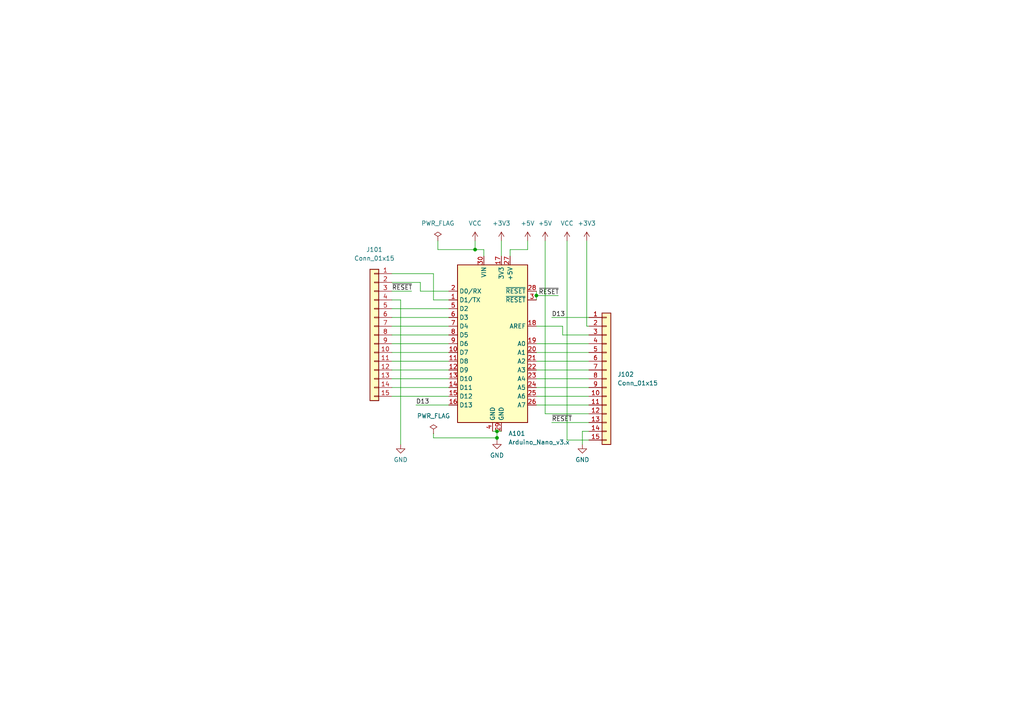
<source format=kicad_sch>
(kicad_sch (version 20211123) (generator eeschema)
  (paper "A4")
  (title_block (title "Arduino Nano breakout board") (date "2023-01-30") (rev "1.0.0") (company "Resterampe Berlin ") (comment 3 "https://creativecommons.org/licenses/by-nc/4.0 ") (comment 4 "License CC BY-NC 4.0 "))
  (lib_symbols
    (symbol "Connector_Generic:Conn_01x15" (pin_names (offset 1.016) hide)
      (property "Reference" "J" (at 0 20.32 0))
      (property "Value" "Conn_01x15" (at 0 -20.32 0))
      (symbol "Conn_01x15_1_1"
        (rectangle (start -1.27 -17.653) (end 0 -17.907) (stroke (width 0.1524)))
        (rectangle (start -1.27 -15.113) (end 0 -15.367) (stroke (width 0.1524)))
        (rectangle (start -1.27 -12.573) (end 0 -12.827) (stroke (width 0.1524)))
        (rectangle (start -1.27 -10.033) (end 0 -10.287) (stroke (width 0.1524)))
        (rectangle (start -1.27 -7.493) (end 0 -7.747) (stroke (width 0.1524)))
        (rectangle (start -1.27 -4.953) (end 0 -5.207) (stroke (width 0.1524)))
        (rectangle (start -1.27 -2.413) (end 0 -2.667) (stroke (width 0.1524)))
        (rectangle (start -1.27 0.127) (end 0 -0.127) (stroke (width 0.1524)))
        (rectangle (start -1.27 2.667) (end 0 2.413) (stroke (width 0.1524)))
        (rectangle (start -1.27 5.207) (end 0 4.953) (stroke (width 0.1524)))
        (rectangle (start -1.27 7.747) (end 0 7.493) (stroke (width 0.1524)))
        (rectangle (start -1.27 10.287) (end 0 10.033) (stroke (width 0.1524)))
        (rectangle (start -1.27 12.827) (end 0 12.573) (stroke (width 0.1524)))
        (rectangle (start -1.27 15.367) (end 0 15.113) (stroke (width 0.1524)))
        (rectangle (start -1.27 17.907) (end 0 17.653) (stroke (width 0.1524)))
        (rectangle (start -1.27 19.05) (end 1.27 -19.05) (stroke (width 0.254)) (fill (type background)))
        (pin passive line (at -5.08 17.78 0) (length 3.81) (name "Pin_1") (number "1"))
        (pin passive line (at -5.08 -5.08 0) (length 3.81) (name "Pin_10") (number "10"))
        (pin passive line (at -5.08 -7.62 0) (length 3.81) (name "Pin_11") (number "11"))
        (pin passive line (at -5.08 -10.16 0) (length 3.81) (name "Pin_12") (number "12"))
        (pin passive line (at -5.08 -12.7 0) (length 3.81) (name "Pin_13") (number "13"))
        (pin passive line (at -5.08 -15.24 0) (length 3.81) (name "Pin_14") (number "14"))
        (pin passive line (at -5.08 -17.78 0) (length 3.81) (name "Pin_15") (number "15"))
        (pin passive line (at -5.08 15.24 0) (length 3.81) (name "Pin_2") (number "2"))
        (pin passive line (at -5.08 12.7 0) (length 3.81) (name "Pin_3") (number "3"))
        (pin passive line (at -5.08 10.16 0) (length 3.81) (name "Pin_4") (number "4"))
        (pin passive line (at -5.08 7.62 0) (length 3.81) (name "Pin_5") (number "5"))
        (pin passive line (at -5.08 5.08 0) (length 3.81) (name "Pin_6") (number "6"))
        (pin passive line (at -5.08 2.54 0) (length 3.81) (name "Pin_7") (number "7"))
        (pin passive line (at -5.08 0 0) (length 3.81) (name "Pin_8") (number "8"))
        (pin passive line (at -5.08 -2.54 0) (length 3.81) (name "Pin_9") (number "9"))
      )
    )
    (symbol "MCU_Module:Arduino_Nano_v3.x"
      (property "Reference" "A" (at -10.16 23.495 0))
      (property "Value" "Arduino_Nano_v3.x" (at 5.08 -24.13 0))
      (symbol "Arduino_Nano_v3.x_0_1"
        (rectangle (start -10.16 22.86) (end 10.16 -22.86) (stroke (width 0.254)) (fill (type background)))
      )
      (symbol "Arduino_Nano_v3.x_1_1"
        (pin bidirectional line (at -12.7 12.7 0) (length 2.54) (name "D1/TX") (number "1"))
        (pin bidirectional line (at -12.7 -2.54 0) (length 2.54) (name "D7") (number "10"))
        (pin bidirectional line (at -12.7 -5.08 0) (length 2.54) (name "D8") (number "11"))
        (pin bidirectional line (at -12.7 -7.62 0) (length 2.54) (name "D9") (number "12"))
        (pin bidirectional line (at -12.7 -10.16 0) (length 2.54) (name "D10") (number "13"))
        (pin bidirectional line (at -12.7 -12.7 0) (length 2.54) (name "D11") (number "14"))
        (pin bidirectional line (at -12.7 -15.24 0) (length 2.54) (name "D12") (number "15"))
        (pin bidirectional line (at -12.7 -17.78 0) (length 2.54) (name "D13") (number "16"))
        (pin power_out line (at 2.54 25.4 270) (length 2.54) (name "3V3") (number "17"))
        (pin input line (at 12.7 5.08 180) (length 2.54) (name "AREF") (number "18"))
        (pin bidirectional line (at 12.7 0 180) (length 2.54) (name "A0") (number "19"))
        (pin bidirectional line (at -12.7 15.24 0) (length 2.54) (name "D0/RX") (number "2"))
        (pin bidirectional line (at 12.7 -2.54 180) (length 2.54) (name "A1") (number "20"))
        (pin bidirectional line (at 12.7 -5.08 180) (length 2.54) (name "A2") (number "21"))
        (pin bidirectional line (at 12.7 -7.62 180) (length 2.54) (name "A3") (number "22"))
        (pin bidirectional line (at 12.7 -10.16 180) (length 2.54) (name "A4") (number "23"))
        (pin bidirectional line (at 12.7 -12.7 180) (length 2.54) (name "A5") (number "24"))
        (pin bidirectional line (at 12.7 -15.24 180) (length 2.54) (name "A6") (number "25"))
        (pin bidirectional line (at 12.7 -17.78 180) (length 2.54) (name "A7") (number "26"))
        (pin power_out line (at 5.08 25.4 270) (length 2.54) (name "+5V") (number "27"))
        (pin input line (at 12.7 15.24 180) (length 2.54) (name "~{RESET}") (number "28"))
        (pin power_in line (at 2.54 -25.4 90) (length 2.54) (name "GND") (number "29"))
        (pin input line (at 12.7 12.7 180) (length 2.54) (name "~{RESET}") (number "3"))
        (pin power_in line (at -2.54 25.4 270) (length 2.54) (name "VIN") (number "30"))
        (pin power_in line (at 0 -25.4 90) (length 2.54) (name "GND") (number "4"))
        (pin bidirectional line (at -12.7 10.16 0) (length 2.54) (name "D2") (number "5"))
        (pin bidirectional line (at -12.7 7.62 0) (length 2.54) (name "D3") (number "6"))
        (pin bidirectional line (at -12.7 5.08 0) (length 2.54) (name "D4") (number "7"))
        (pin bidirectional line (at -12.7 2.54 0) (length 2.54) (name "D5") (number "8"))
        (pin bidirectional line (at -12.7 0 0) (length 2.54) (name "D6") (number "9"))
      )
    )
    (symbol "power:+3V3" (power) (pin_names (offset 0))
      (property "Value" "+3V3" (at 0 3.556 0))
      (symbol "+3V3_0_1"
        (polyline (pts (xy -0.762 1.27) (xy 0 2.54)))
        (polyline (pts (xy 0 0) (xy 0 2.54)))
        (polyline (pts (xy 0 2.54) (xy 0.762 1.27)))
      )
      (symbol "+3V3_1_1"
        (pin power_in line (at 0 0 90) (length 0) hide (name "+3V3") (number "1"))
      )
    )
    (symbol "power:+5V" (power) (pin_names (offset 0))
      (property "Value" "+5V" (at 0 3.556 0))
      (symbol "+5V_0_1"
        (polyline (pts (xy -0.762 1.27) (xy 0 2.54)))
        (polyline (pts (xy 0 0) (xy 0 2.54)))
        (polyline (pts (xy 0 2.54) (xy 0.762 1.27)))
      )
      (symbol "+5V_1_1"
        (pin power_in line (at 0 0 90) (length 0) hide (name "+5V") (number "1"))
      )
    )
    (symbol "power:GND" (power) (pin_names (offset 0))
      (property "Value" "GND" (at 0 -3.81 0))
      (symbol "GND_0_1"
        (polyline (pts (xy 0 0) (xy 0 -1.27) (xy 1.27 -1.27) (xy 0 -2.54) (xy -1.27 -1.27) (xy 0 -1.27)))
      )
      (symbol "GND_1_1"
        (pin power_in line (at 0 0 270) (length 0) hide (name "GND") (number "1"))
      )
    )
    (symbol "power:PWR_FLAG" (power) (pin_numbers hide) (pin_names (offset 0) hide)
      (property "Value" "PWR_FLAG" (at 0 3.81 0))
      (symbol "PWR_FLAG_0_0"
        (pin power_out line (at 0 0 90) (length 0) (name "pwr") (number "1"))
      )
      (symbol "PWR_FLAG_0_1"
        (polyline (pts (xy 0 0) (xy 0 1.27) (xy -1.016 1.905) (xy 0 2.54) (xy 1.016 1.905) (xy 0 1.27)))
      )
    )
    (symbol "power:VCC" (power) (pin_names (offset 0))
      (property "Value" "VCC" (at 0 3.81 0))
      (symbol "VCC_0_1"
        (polyline (pts (xy -0.762 1.27) (xy 0 2.54)))
        (polyline (pts (xy 0 0) (xy 0 2.54)))
        (polyline (pts (xy 0 2.54) (xy 0.762 1.27)))
      )
      (symbol "VCC_1_1"
        (pin power_in line (at 0 0 90) (length 0) hide (name "VCC") (number "1"))
      )
    )
  )
  (junction (at 155.575 85.725))
  (junction (at 137.795 72.39))
  (junction (at 144.145 125.095))
  (junction (at 144.145 127))
  (wire (pts (xy 137.795 72.39) (xy 140.335 72.39)))
  (wire (pts (xy 155.575 117.475) (xy 170.815 117.475)))
  (wire (pts (xy 130.175 84.455) (xy 121.92 84.455)))
  (wire (pts (xy 113.665 102.235) (xy 130.175 102.235)))
  (wire (pts (xy 155.575 84.455) (xy 155.575 85.725)))
  (wire (pts (xy 145.415 69.85) (xy 145.415 74.295)))
  (wire (pts (xy 160.02 92.075) (xy 170.815 92.075)))
  (wire (pts (xy 125.73 125.73) (xy 125.73 127)))
  (wire (pts (xy 144.145 125.095) (xy 145.415 125.095)))
  (wire (pts (xy 113.665 86.995) (xy 116.205 86.995)))
  (wire (pts (xy 163.195 97.155) (xy 170.815 97.155)))
  (wire (pts (xy 144.145 127) (xy 144.145 127.635)))
  (wire (pts (xy 155.575 114.935) (xy 170.815 114.935)))
  (wire (pts (xy 120.65 117.475) (xy 130.175 117.475)))
  (wire (pts (xy 155.575 85.725) (xy 155.575 86.995)))
  (wire (pts (xy 113.665 109.855) (xy 130.175 109.855)))
  (wire (pts (xy 127 69.85) (xy 127 72.39)))
  (wire (pts (xy 113.665 84.455) (xy 119.38 84.455)))
  (wire (pts (xy 113.665 94.615) (xy 130.175 94.615)))
  (wire (pts (xy 155.575 104.775) (xy 170.815 104.775)))
  (wire (pts (xy 155.575 85.725) (xy 161.925 85.725)))
  (wire (pts (xy 153.035 69.85) (xy 153.035 72.39)))
  (wire (pts (xy 158.115 120.015) (xy 170.815 120.015)))
  (wire (pts (xy 170.815 127.635) (xy 164.465 127.635)))
  (wire (pts (xy 155.575 99.695) (xy 170.815 99.695)))
  (wire (pts (xy 147.955 72.39) (xy 147.955 74.295)))
  (wire (pts (xy 125.73 127) (xy 144.145 127)))
  (wire (pts (xy 170.18 69.85) (xy 170.18 94.615)))
  (wire (pts (xy 144.145 125.095) (xy 144.145 127)))
  (wire (pts (xy 140.335 72.39) (xy 140.335 74.295)))
  (wire (pts (xy 158.115 69.85) (xy 158.115 120.015)))
  (wire (pts (xy 155.575 112.395) (xy 170.815 112.395)))
  (wire (pts (xy 113.665 99.695) (xy 130.175 99.695)))
  (wire (pts (xy 170.815 125.095) (xy 168.91 125.095)))
  (wire (pts (xy 153.035 72.39) (xy 147.955 72.39)))
  (wire (pts (xy 155.575 94.615) (xy 163.195 94.615)))
  (wire (pts (xy 160.02 122.555) (xy 170.815 122.555)))
  (wire (pts (xy 163.195 94.615) (xy 163.195 97.155)))
  (wire (pts (xy 137.795 69.85) (xy 137.795 72.39)))
  (wire (pts (xy 127 72.39) (xy 137.795 72.39)))
  (wire (pts (xy 121.92 81.915) (xy 113.665 81.915)))
  (wire (pts (xy 113.665 89.535) (xy 130.175 89.535)))
  (wire (pts (xy 155.575 109.855) (xy 170.815 109.855)))
  (wire (pts (xy 113.665 112.395) (xy 130.175 112.395)))
  (wire (pts (xy 116.205 86.995) (xy 116.205 128.905)))
  (wire (pts (xy 130.175 86.995) (xy 125.73 86.995)))
  (wire (pts (xy 155.575 107.315) (xy 170.815 107.315)))
  (wire (pts (xy 168.91 125.095) (xy 168.91 128.905)))
  (wire (pts (xy 113.665 92.075) (xy 130.175 92.075)))
  (wire (pts (xy 170.815 94.615) (xy 170.18 94.615)))
  (wire (pts (xy 113.665 114.935) (xy 130.175 114.935)))
  (wire (pts (xy 125.73 79.375) (xy 113.665 79.375)))
  (wire (pts (xy 142.875 125.095) (xy 144.145 125.095)))
  (wire (pts (xy 125.73 86.995) (xy 125.73 79.375)))
  (wire (pts (xy 121.92 84.455) (xy 121.92 81.915)))
  (wire (pts (xy 113.665 104.775) (xy 130.175 104.775)))
  (wire (pts (xy 164.465 127.635) (xy 164.465 69.85)))
  (wire (pts (xy 155.575 102.235) (xy 170.815 102.235)))
  (wire (pts (xy 113.665 97.155) (xy 130.175 97.155)))
  (wire (pts (xy 113.665 107.315) (xy 130.175 107.315)))
  (label "D13" (at 160.02 92.075 0))
  (label "~{RESET}" (at 156.21 85.725 0))
  (label "~{RESET}" (at 160.02 122.555 0))
  (label "~{RESET}" (at 113.665 84.455 0))
  (label "D13" (at 120.65 117.475 0))
  (symbol (lib_id "power:VCC") (at 137.795 69.85 0) (unit 1)
    (property "Reference" "#PWR0107" (effects hide))
    (property "Value" "VCC" (at 137.795 64.77 0))
  )
  (symbol (lib_id "power:+3V3") (at 170.18 69.85 0) (unit 1)
    (property "Reference" "#PWR0103" (effects hide))
    (property "Value" "+3V3" (at 170.18 64.77 0))
  )
  (symbol (lib_id "power:GND") (at 116.205 128.905 0) (unit 1)
    (property "Reference" "#PWR0109" (effects hide))
    (property "Value" "GND" (at 116.205 133.35 0))
  )
  (symbol (lib_id "MCU_Module:Arduino_Nano_v3.x") (at 142.875 99.695 0) (unit 1) (in_bom no)
    (property "Reference" "A101" (at 147.4344 125.73 0) (effects (justify left)))
    (property "Value" "Arduino_Nano_v3.x" (at 147.4344 128.27 0) (effects (justify left)))
    (property "Footprint" "Module:Arduino_Nano" (effects hide))
    (property "Datasheet" "http://www.mouser.com/pdfdocs/Gravitech_Arduino_Nano3_0.pdf" (effects hide))
  )
  (symbol (lib_id "power:+5V") (at 153.035 69.85 0) (unit 1)
    (property "Reference" "#PWR0106" (effects hide))
    (property "Value" "+5V" (at 153.035 64.77 0))
  )
  (symbol (lib_id "power:VCC") (at 164.465 69.85 0) (unit 1)
    (property "Reference" "#PWR0104" (effects hide))
    (property "Value" "VCC" (at 164.465 64.77 0))
  )
  (symbol (lib_id "power:PWR_FLAG") (at 127 69.85 0) (unit 1)
    (property "Reference" "#FLG0101" (effects hide))
    (property "Value" "PWR_FLAG" (at 127 64.77 0))
  )
  (symbol (lib_id "Connector_Generic:Conn_01x15") (at 108.585 97.155 0) (mirror y) (unit 1) (in_bom no)
    (property "Reference" "J101" (at 108.585 72.39 0))
    (property "Value" "Conn_01x15" (at 108.585 74.93 0))
    (property "Footprint" "Connector_PinHeader_2.54mm:PinHeader_1x15_P2.54mm_Vertical" (effects hide))
  )
  (symbol (lib_id "power:PWR_FLAG") (at 125.73 125.73 0) (mirror y) (unit 1)
    (property "Reference" "#FLG0102" (effects hide))
    (property "Value" "PWR_FLAG" (at 125.73 120.65 0))
  )
  (symbol (lib_id "power:GND") (at 144.145 127.635 0) (unit 1)
    (property "Reference" "#PWR0101" (effects hide))
    (property "Value" "GND" (at 144.145 132.08 0))
  )
  (symbol (lib_id "power:+5V") (at 158.115 69.85 0) (unit 1)
    (property "Reference" "#PWR0105" (effects hide))
    (property "Value" "+5V" (at 158.115 64.77 0))
  )
  (symbol (lib_id "power:+3V3") (at 145.415 69.85 0) (unit 1)
    (property "Reference" "#PWR0108" (effects hide))
    (property "Value" "+3V3" (at 145.415 64.77 0))
  )
  (symbol (lib_id "Connector_Generic:Conn_01x15") (at 175.895 109.855 0) (unit 1) (in_bom no)
    (property "Reference" "J102" (at 179.07 108.5849 0) (effects (justify left)))
    (property "Value" "Conn_01x15" (at 179.07 111.1249 0) (effects (justify left)))
    (property "Footprint" "Connector_PinHeader_2.54mm:PinHeader_1x15_P2.54mm_Vertical" (effects hide))
  )
  (symbol (lib_id "power:GND") (at 168.91 128.905 0) (unit 1)
    (property "Reference" "#PWR0102" (effects hide))
    (property "Value" "GND" (at 168.91 133.35 0))
  )
)
</source>
